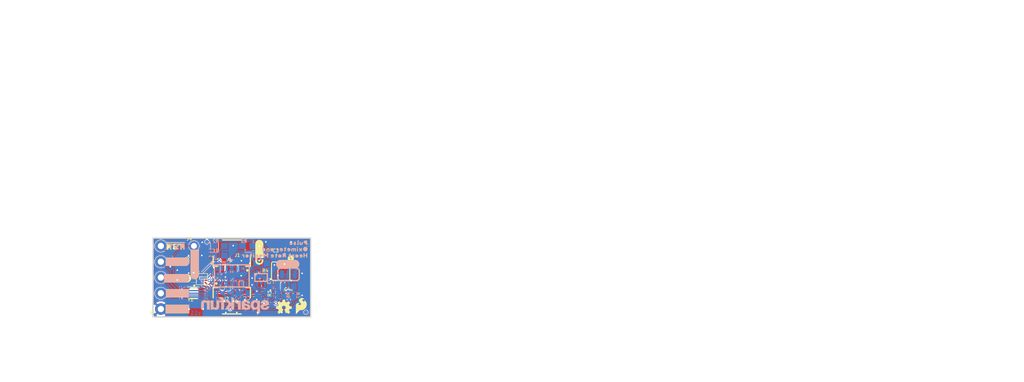
<source format=kicad_pcb>
(kicad_pcb (version 20221018) (generator pcbnew)
  (layers (0 "F.Cu" signal) (31 "B.Cu" signal) (34 "B.Paste" user) (35 "F.Paste" user) (36 "B.SilkS" user "B.Silkscreen") (37 "F.SilkS" user "F.Silkscreen") (38 "B.Mask" user) (39 "F.Mask" user) (44 "Edge.Cuts" user))
  (net 0 "")
  (net 1 "GND")
  (net 2 "N$2")
  (net 3 "5V")
  (net 4 "N$3")
  (net 5 "3.3V")
  (net 6 "1.8V")
  (net 7 "SNSR_SDA")
  (net 8 "SNSR_SCL")
  (net 9 "~{HR_INT}")
  (net 10 "N$6")
  (net 11 "N$7")
  (net 12 "HOST_SDA")
  (net 13 "HOST_SCL")
  (net 14 "~{RST}")
  (net 15 "~{MFIO}")
  (net 16 "N$1")
  (net 17 "N$4")
  (net 18 "N$5")
  (footprint "working:SFE_LOGO_FLAME_.1" (layer "F.Cu") (at 159.6771 109.5756)
    (fp_text reference "LOGO1" hide)
    (fp_text value "SFE_LOGO_FLAME.1_INCH" hide)
  )
  (footprint "working:0603" (layer "F.Cu") (at 156.1211 99.9236 180)
    (fp_text reference "C3" (at 0 -0.762) (layer "F.SilkS") (effects (font (size 0.512064 0.512064) (thickness 0.097536)) (justify right)))
    (fp_text value "10uF")
    (pad "1" smd rect (at -0.85 0 180) (size 1.1 1) (layers "F.Cu" "F.Paste" "F.Mask") (net 5 "3.3V"))
    (pad "2" smd rect (at 0.85 0 180) (size 1.1 1) (layers "F.Cu" "F.Paste" "F.Mask") (net 1 "GND"))
  )
  (footprint "working:3V338" (layer "F.Cu") (at 139.2301 107.5436)
    (fp_text reference "U$7" hide)
    (fp_text value "" hide)
  )
  (footprint "working:CREATIVE_COMMONS" (layer "F.Cu") (at 131.4831 121.5136)
    (fp_text reference "FRAME1" hide)
    (fp_text value "FRAME-LETTER" hide)
  )
  (footprint "working:JST04_1MM_RA" (layer "F.Cu") (at 148.5011 106.2736)
    (fp_text reference "J2" (at -1.397 2.159) (layer "F.SilkS") (effects (font (size 0.512064 0.512064) (thickness 0.097536)) (justify left)))
    (fp_text value "QWIIC_RIGHT_ANGLE")
    (pad "1" smd rect (at -1.5 0) (size 0.6 1.35) (layers "F.Cu" "F.Paste" "F.Mask") (net 1 "GND"))
    (pad "2" smd rect (at -0.5 0) (size 0.6 1.35) (layers "F.Cu" "F.Paste" "F.Mask") (net 5 "3.3V"))
    (pad "3" smd rect (at 0.5 0) (size 0.6 1.35) (layers "F.Cu" "F.Paste" "F.Mask") (net 12 "HOST_SDA"))
    (pad "4" smd rect (at 1.5 0) (size 0.6 1.35) (layers "F.Cu" "F.Paste" "F.Mask") (net 13 "HOST_SCL"))
    (pad "NC1" smd rect (at 2.8 3.675) (size 1.2 2) (layers "F.Cu" "F.Paste" "F.Mask"))
    (pad "NC2" smd rect (at -2.8 3.675) (size 1.2 2) (layers "F.Cu" "F.Paste" "F.Mask"))
  )
  (footprint "working:1X05_NO_SILK" (layer "F.Cu") (at 137.0711 110.0836 90)
    (fp_text reference "J3" (at -1.27 -1.397 90) (layer "F.SilkS") (effects (font (size 0.512064 0.512064) (thickness 0.097536)) (justify left)))
    (fp_text value "")
    (pad "1" thru_hole circle (at 0 0 180) (size 1.8796 1.8796) (drill 1.016) (layers "*.Cu" "*.Mask") (net 1 "GND"))
    (pad "2" thru_hole circle (at 2.54 0 180) (size 1.8796 1.8796) (drill 1.016) (layers "*.Cu" "*.Mask") (net 5 "3.3V"))
    (pad "3" thru_hole circle (at 5.08 0 180) (size 1.8796 1.8796) (drill 1.016) (layers "*.Cu" "*.Mask") (net 12 "HOST_SDA"))
    (pad "4" thru_hole circle (at 7.62 0 180) (size 1.8796 1.8796) (drill 1.016) (layers "*.Cu" "*.Mask") (net 13 "HOST_SCL"))
    (pad "5" thru_hole circle (at 10.16 0 180) (size 1.8796 1.8796) (drill 1.016) (layers "*.Cu" "*.Mask") (net 14 "~{RST}"))
  )
  (footprint "working:0402-TIGHT" (layer "F.Cu") (at 143.1671 102.616 90)
    (fp_text reference "C7" (at 0 -0.762 90) (layer "F.SilkS") (effects (font (size 0.512064 0.512064) (thickness 0.097536)) (justify left)))
    (fp_text value "1.0uF")
    (pad "1" smd rect (at -0.5 0 90) (size 0.6 0.6) (layers "F.Cu" "F.Paste" "F.Mask") (net 16 "N$1"))
    (pad "2" smd rect (at 0.5 0 90) (size 0.6 0.6) (layers "F.Cu" "F.Paste" "F.Mask") (net 1 "GND"))
  )
  (footprint "working:FIDUCIAL-MICRO" (layer "F.Cu") (at 160.4391 110.5916)
    (fp_text reference "FD4" hide)
    (fp_text value "FIDUCIALUFIDUCIAL" hide)
    (pad "1" smd roundrect (at 0 0) (size 0.635 0.635) (layers "F.Cu" "F.Mask") (roundrect_rratio 0.5))
  )
  (footprint "working:ORDERING_INSTRUCTIONS" (layer "F.Cu") (at 174.4091 60.5536)
    (fp_text reference "LOGO4" hide)
    (fp_text value "SPECIAL_INSTRUCTIONS-ORDERING" hide)
  )
  (footprint "working:OSHW-LOGO-MINI" (layer "F.Cu") (at 156.8831 109.8296)
    (fp_text reference "LOGO2" hide)
    (fp_text value "OSHW-LOGOMINI" hide)
  )
  (footprint "working:0805" (layer "F.Cu") (at 156.8831 107.7976)
    (fp_text reference "C4" (at 0 -0.889) (layer "F.SilkS") (effects (font (size 0.512064 0.512064) (thickness 0.097536)) (justify left)))
    (fp_text value "22uF")
    (pad "1" smd rect (at -0.9 0) (size 0.8 1.2) (layers "F.Cu" "F.Paste" "F.Mask") (net 3 "5V"))
    (pad "2" smd rect (at 0.9 0) (size 0.8 1.2) (layers "F.Cu" "F.Paste" "F.Mask") (net 1 "GND"))
  )
  (footprint "working:0402-TIGHT" (layer "F.Cu") (at 153.332181 104.663241)
    (fp_text reference "R4" (at 0 -0.762) (layer "F.SilkS") (effects (font (size 0.512064 0.512064) (thickness 0.097536)) (justify left)))
    (fp_text value "100k")
    (pad "1" smd rect (at -0.5 0) (size 0.6 0.6) (layers "F.Cu" "F.Paste" "F.Mask") (net 1 "GND"))
    (pad "2" smd rect (at 0.5 0) (size 0.6 0.6) (layers "F.Cu" "F.Paste" "F.Mask") (net 2 "N$2"))
  )
  (footprint "working:MSOP8" (layer "F.Cu") (at 156.3751 103.9876 180)
    (fp_text reference "U$2" (at -2.54 1.27 90) (layer "F.SilkS") (effects (font (size 0.376489 0.376489) (thickness 0.029911)) (justify right)))
    (fp_text value "PAM2401")
    (pad "1" smd rect (at -0.975 2.25 180) (size 0.4 1.1) (layers "F.Cu" "F.Paste" "F.Mask") (net 4 "N$3"))
    (pad "2" smd rect (at -0.325 2.25 180) (size 0.4 1.1) (layers "F.Cu" "F.Paste" "F.Mask") (net 5 "3.3V"))
    (pad "3" smd rect (at 0.325 2.25 180) (size 0.4 1.1) (layers "F.Cu" "F.Paste" "F.Mask") (net 5 "3.3V"))
    (pad "4" smd rect (at 0.975 2.25 180) (size 0.4 1.1) (layers "F.Cu" "F.Paste" "F.Mask") (net 1 "GND"))
    (pad "5" smd rect (at 0.975 -2.25 180) (size 0.4 1.1) (layers "F.Cu" "F.Paste" "F.Mask") (net 2 "N$2"))
    (pad "6" smd rect (at 0.325 -2.25 180) (size 0.4 1.1) (layers "F.Cu" "F.Paste" "F.Mask"))
    (pad "7" smd rect (at -0.325 -2.25 180) (size 0.4 1.1) (layers "F.Cu" "F.Paste" "F.Mask") (net 3 "5V"))
    (pad "8" smd rect (at -0.975 -2.25 180) (size 0.4 1.1) (layers "F.Cu" "F.Paste" "F.Mask") (net 1 "GND"))
  )
  (footprint "working:16_PIN_WLP" (layer "F.Cu") (at 143.6751 105.2576 90)
    (fp_text reference "U2" (at -0.792 -1.218 90) (layer "F.SilkS") (effects (font (size 0.960986 0.960986) (thickness 0.039014)) (justify left)))
    (fp_text value "MAX32664GWEA")
    (pad "1" smd roundrect (at -0.532 -0.518 90) (size 0.2 0.2) (layers "F.Cu") (roundrect_rratio 0.5) (net 10 "N$6"))
    (pad "2" smd roundrect (at -0.182 -0.518 90) (size 0.2 0.2) (layers "F.Cu") (roundrect_rratio 0.5) (net 11 "N$7"))
    (pad "3" smd roundrect (at 0.168 -0.518 90) (size 0.2 0.2) (layers "F.Cu") (roundrect_rratio 0.5) (net 6 "1.8V"))
    (pad "4" smd roundrect (at 0.518 -0.518 90) (size 0.2 0.2) (layers "F.Cu") (roundrect_rratio 0.5) (net 16 "N$1"))
    (pad "5" smd roundrect (at 0.518 -0.168 90) (size 0.2 0.2) (layers "F.Cu") (roundrect_rratio 0.5) (net 8 "SNSR_SCL"))
    (pad "6" smd roundrect (at 0.518 0.182 90) (size 0.2 0.2) (layers "F.Cu") (roundrect_rratio 0.5) (net 9 "~{HR_INT}"))
    (pad "7" smd roundrect (at 0.518 0.532 90) (size 0.2 0.2) (layers "F.Cu") (roundrect_rratio 0.5))
    (pad "8" smd roundrect (at 0.168 0.532 90) (size 0.2 0.2) (layers "F.Cu") (roundrect_rratio 0.5))
    (pad "9" smd roundrect (at -0.182 0.532 90) (size 0.2 0.2) (layers "F.Cu") (roundrect_rratio 0.5) (net 12 "HOST_SDA"))
    (pad "10" smd roundrect (at -0.532 0.532 90) (size 0.2 0.2) (layers "F.Cu") (roundrect_rratio 0.5) (net 13 "HOST_SCL"))
    (pad "11" smd roundrect (at -0.532 0.182 90) (size 0.2 0.2) (layers "F.Cu") (roundrect_rratio 0.5))
    (pad "12" smd roundrect (at -0.532 -0.168 90) (size 0.2 0.2) (layers "F.Cu") (roundrect_rratio 0.5) (net 14 "~{RST}"))
    (pad "13" smd roundrect (at -0.182 -0.168 90) (size 0.2 0.2) (layers "F.Cu") (roundrect_rratio 0.5) (net 1 "GND"))
    (pad "14" smd roundrect (at 0.168 -0.168 90) (size 0.2 0.2) (layers "F.Cu") (roundrect_rratio 0.5) (net 7 "SNSR_SDA"))
    (pad "15" smd roundrect (at 0.168 0.182 90) (size 0.2 0.2) (layers "F.Cu") (roundrect_rratio 0.5))
    (pad "16" smd roundrect (at -0.182 0.182 90) (size 0.2 0.2) (layers "F.Cu") (roundrect_rratio 0.5) (net 15 "~{MFIO}"))
  )
  (footprint "working:#SDA#10" (layer "F.Cu") (at 139.7381 105.1306)
    (fp_text reference "U$8" hide)
    (fp_text value "" hide)
  )
  (footprint "working:QWIIC_4MM" (layer "F.Cu") (at 152.9461 100.9396 90)
    (fp_text reference "LOGO5" hide)
    (fp_text value "QWIIC_LOGO_4MM" hide)
  )
  (footprint "working:0402-TIGHT" (layer "F.Cu") (at 142.181578 102.610919 90)
    (fp_text reference "C6" (at 0 -0.762 90) (layer "F.SilkS") (effects (font (size 0.512064 0.512064) (thickness 0.097536)) (justify left)))
    (fp_text value "1.0uF")
    (pad "1" smd rect (at -0.5 0 90) (size 0.6 0.6) (layers "F.Cu" "F.Paste" "F.Mask") (net 6 "1.8V"))
    (pad "2" smd rect (at 0.5 0 90) (size 0.6 0.6) (layers "F.Cu" "F.Paste" "F.Mask") (net 1 "GND"))
  )
  (footprint "working:JST04_1MM_RA" (layer "F.Cu") (at 148.5011 103.5558 180)
    (fp_text reference "J1" (at -1.397 2.159) (layer "F.SilkS") (effects (font (size 0.512064 0.512064) (thickness 0.097536)) (justify right)))
    (fp_text value "QWIIC_RIGHT_ANGLE")
    (pad "1" smd rect (at -1.5 0 180) (size 0.6 1.35) (layers "F.Cu" "F.Paste" "F.Mask") (net 1 "GND"))
    (pad "2" smd rect (at -0.5 0 180) (size 0.6 1.35) (layers "F.Cu" "F.Paste" "F.Mask") (net 5 "3.3V"))
    (pad "3" smd rect (at 0.5 0 180) (size 0.6 1.35) (layers "F.Cu" "F.Paste" "F.Mask") (net 12 "HOST_SDA"))
    (pad "4" smd rect (at 1.5 0 180) (size 0.6 1.35) (layers "F.Cu" "F.Paste" "F.Mask") (net 13 "HOST_SCL"))
    (pad "NC1" smd rect (at 2.8 3.675 180) (size 1.2 2) (layers "F.Cu" "F.Paste" "F.Mask"))
    (pad "NC2" smd rect (at -2.8 3.675 180) (size 1.2 2) (layers "F.Cu" "F.Paste" "F.Mask"))
  )
  (footprint "working:CRYSTAL-SMD-3.2X1.5MM" (layer "F.Cu") (at 142.3797 107.5436 180)
    (fp_text reference "Y1" (at 0 -1.043) (layer "F.SilkS") (effects (font (size 0.512064 0.512064) (thickness 0.097536)) (justify right)))
    (fp_text value "32.768kHz")
    (pad "P$1" smd rect (at -1.25 0 180) (size 1 1.8) (layers "F.Cu" "F.Paste" "F.Mask") (net 10 "N$6"))
    (pad "P$2" smd rect (at 1.25 0 180) (size 1 1.8) (layers "F.Cu" "F.Paste" "F.Mask") (net 11 "N$7"))
  )
  (footprint "working:#RST#32" (layer "F.Cu") (at 139.4841 99.9236)
    (fp_text reference "U$6" hide)
    (fp_text value "" hide)
  )
  (footprint "working:#GND#0" (layer "F.Cu") (at 139.7381 110.0836)
    (fp_text reference "U$3" hide)
    (fp_text value "" hide)
  )
  (footprint "working:0806" (layer "F.Cu") (at 159.4231 100.6856 -90)
    (fp_text reference "L1" (at -1.27 -1.27 90) (layer "F.SilkS") (effects (font (size 0.352958 0.352958) (thickness 0.028042)) (justify right)))
    (fp_text value "2.2μH")
    (pad "1" smd rect (at -0.9 0) (size 1.8 0.8) (layers "F.Cu" "F.Paste" "F.Mask") (net 5 "3.3V"))
    (pad "2" smd rect (at 0.9 0) (size 1.8 0.8) (layers "F.Cu" "F.Paste" "F.Mask") (net 4 "N$3"))
  )
  (footprint "working:1X01_NO_SILK" (layer "F.Cu") (at 142.4051 99.9236)
    (fp_text reference "J4" (at -1.27 -1.143) (layer "F.SilkS") (effects (font (size 0.512064 0.512064) (thickness 0.097536)) (justify left)))
    (fp_text value "")
    (pad "1" thru_hole circle (at 0 0 90) (size 1.6 1.6) (drill 0.95) (layers "*.Cu" "*.Mask") (net 15 "~{MFIO}"))
  )
  (footprint "working:0603" (layer "F.Cu") (at 153.8351 107.0356 -90)
    (fp_text reference "R3" (at 0 -0.762 90) (layer "F.SilkS") (effects (font (size 0.512064 0.512064) (thickness 0.097536)) (justify right)))
    (fp_text value "750K")
    (pad "1" smd rect (at -0.85 0 270) (size 1.1 1) (layers "F.Cu" "F.Paste" "F.Mask") (net 2 "N$2"))
    (pad "2" smd rect (at 0.85 0 270) (size 1.1 1) (layers "F.Cu" "F.Paste" "F.Mask") (net 3 "5V"))
  )
  (footprint "working:FIDUCIAL-MICRO" (layer "F.Cu") (at 144.495521 99.270822)
    (fp_text reference "FD2" hide)
    (fp_text value "FIDUCIALUFIDUCIAL" hide)
    (pad "1" smd roundrect (at 0 0) (size 0.635 0.635) (layers "F.Cu" "F.Mask") (roundrect_rratio 0.5))
  )
  (footprint "working:#SCL#7" (layer "F.Cu") (at 139.6111 102.4636)
    (fp_text reference "U$4" hide)
    (fp_text value "" hide)
  )
  (footprint "working:SC70" (layer "B.Cu") (at 153.2255 105.0036 180)
    (fp_text reference "U3" (at -1.27 0 270) (layer "B.SilkS") (effects (font (size 0.512064 0.512064) (thickness 0.097536)) (justify left mirror)))
    (fp_text value "1.8V/100mA")
    (pad "1" smd rect (at -0.65 -0.825 180) (size 0.4 0.75) (layers "B.Cu" "B.Mask") (net 5 "3.3V"))
    (pad "2" smd rect (at 0 -0.825 180) (size 0.4 0.75) (layers "B.Cu" "B.Mask") (net 1 "GND"))
    (pad "3" smd rect (at 0.65 -0.825 180) (size 0.4 0.75) (layers "B.Cu" "B.Mask") (net 5 "3.3V"))
    (pad "4" smd rect (at 0.65 0.825 180) (size 0.4 0.75) (layers "B.Cu" "B.Mask"))
    (pad "5" smd rect (at -0.65 0.825 180) (size 0.4 0.75) (layers "B.Cu" "B.Mask") (net 6 "1.8V"))
  )
  (footprint "working:FIDUCIAL-MICRO" (layer "B.Cu") (at 144.492978 99.270822 180)
    (fp_text reference "FD1" hide)
    (fp_text value "FIDUCIALUFIDUCIAL" hide)
    (pad "1" smd roundrect (at 0 0 180) (size 0.635 0.635) (layers "B.Cu" "B.Mask") (roundrect_rratio 0.5))
  )
  (footprint "working:14_PIN_OESIP" (layer "B.Cu") (at 148.5011 104.7496 -90)
    (fp_text reference "U1" (at -2.63754 3.20981 -270) (layer "B.SilkS") (effects (font (size 0.9264 0.9264) (thickness 0.0736)) (justify right mirror)))
    (fp_text value "MAX30101EFD")
    (pad "P1" smd rect (at -1.19254 2.408809 270) (size 0.75 0.35) (layers "B.Cu" "B.Paste" "B.Mask"))
    (pad "P2" smd rect (at -1.19254 1.608809 270) (size 0.75 0.35) (layers "B.Cu" "B.Paste" "B.Mask") (net 8 "SNSR_SCL"))
    (pad "P3" smd rect (at -1.19254 0.808809 270) (size 0.75 0.35) (layers "B.Cu" "B.Paste" "B.Mask") (net 7 "SNSR_SDA"))
    (pad "P4" smd rect (at -1.19254 0.008809 270) (size 0.75 0.35) (layers "B.Cu" "B.Paste" "B.Mask") (net 1 "GND"))
    (pad "P5" smd rect (at -1.19254 -0.79119 270) (size 0.75 0.35) (layers "B.Cu" "B.Paste" "B.Mask"))
    (pad "P6" smd rect (at -1.19254 -1.59119 270) (size 0.75 0.35) (layers "B.Cu" "B.Paste" "B.Mask"))
    (pad "P7" smd rect (at -1.19254 -2.39119 270) (size 0.75 0.35) (layers "B.Cu" "B.Paste" "B.Mask"))
    (pad "P8" smd rect (at 1.207459 -2.39119 270) (size 0.75 0.35) (layers "B.Cu" "B.Paste" "B.Mask"))
    (pad "P9" smd rect (at 1.207459 -1.59119 270) (size 0.75 0.35) (layers "B.Cu" "B.Paste" "B.Mask") (net 3 "5V"))
    (pad "P10" smd rect (at 1.207459 -0.79119 270) (size 0.75 0.35) (layers "B.Cu" "B.Paste" "B.Mask") (net 3 "5V"))
    (pad "P11" smd rect (at 1.207459 0.008809 270) (size 0.75 0.35) (layers "B.Cu" "B.Paste" "B.Mask") (net 6 "1.8V"))
    (pad "P12" smd rect (at 1.207459 0.808809 270) (size 0.75 0.35) (layers "B.Cu" "B.Paste" "B.Mask") (net 1 "GND"))
    (pad "P13" smd rect (at 1.207459 1.608809 270) (size 0.75 0.35) (layers "B.Cu" "B.Paste" "B.Mask") (net 9 "~{HR_INT}"))
    (pad "P14" smd rect (at 1.207459 2.408809 270) (size 0.75 0.35) (layers "B.Cu" "B.Paste" "B.Mask"))
  )
  (footprint "working:0402-TIGHT" (layer "B.Cu") (at 147.4851 107.5436 180)
    (fp_text reference "C2" (at 0 0.762) (layer "B.SilkS") (effects (font (size 0.512064 0.512064) (thickness 0.097536)) (justify left mirror)))
    (fp_text value "0.1uF")
    (pad "1" smd rect (at -0.5 0 180) (size 0.6 0.6) (layers "B.Cu" "B.Paste" "B.Mask") (net 6 "1.8V"))
    (pad "2" smd rect (at 0.5 0 180) (size 0.6 0.6) (layers "B.Cu" "B.Paste" "B.Mask") (net 1 "GND"))
  )
  (footprint "working:#3V3#1" (layer "B.Cu") (at 139.7381 107.5436 180)
    (fp_text reference "U$9" hide)
    (fp_text value "" hide)
  )
  (footprint "working:0603" (layer "B.Cu") (at 150.423881 107.59186)
    (fp_text reference "C1" (at 0 0.762) (layer "B.SilkS") (effects (font (size 0.512064 0.512064) (thickness 0.097536)) (justify right mirror)))
    (fp_text value "10uF")
    (pad "1" smd rect (at -0.85 0) (size 1.1 1) (layers "B.Cu" "B.Paste" "B.Mask") (net 3 "5V"))
    (pad "2" smd rect (at 0.85 0) (size 1.1 1) (layers "B.Cu" "B.Paste" "B.Mask") (net 1 "GND"))
  )
  (footprint "working:0603" (layer "B.Cu") (at 146.4691 101.4476 180)
    (fp_text reference "R1" (at 0 0.762) (layer "B.SilkS") (effects (font (size 0.512064 0.512064) (thickness 0.097536)) (justify left mirror)))
    (fp_text value "4.7k")
    (pad "1" smd rect (at -0.85 0 180) (size 1.1 1) (layers "B.Cu" "B.Paste" "B.Mask") (net 7 "SNSR_SDA"))
    (pad "2" smd rect (at 0.85 0 180) (size 1.1 1) (layers "B.Cu" "B.Paste" "B.Mask") (net 6 "1.8V"))
  )
  (footprint "working:HEART_RATE_MONITOR37" (layer "B.Cu") (at 155.3591 101.4476 180)
    (fp_text reference "U$21" hide)
    (fp_text value "" hide)
  )
  (footprint "working:OXIMETER_AND36" (layer "B.Cu") (at 157.0101 100.4316 180)
    (fp_text reference "U$20" hide)
    (fp_text value "" hide)
  )
  (footprint "working:SMT-JUMPER_3_2-NC_TRACE_SILK" (layer "B.Cu") (at 157.6451 104.4956 180)
    (fp_text reference "I2C0" (at 0 1.143) (layer "B.SilkS") (effects (font (size 0.512064 0.512064) (thickness 0.097536)) (justify left mirror)))
    (fp_text value "JUMPER-SMT_3_2-NC_TRACE_SILK")
    (fp_poly (pts (xy -0.50165 -0.13335) (xy -1.23825 -0.13335) (xy -1.23825 0.13335) (xy -0.50165 0.13335)) (fill solid) (layer "B.Cu"))
    (fp_poly (pts (xy 0.53975 -0.13335) (xy -0.53975 -0.13335) (xy -0.53975 0.13335) (xy 0.53975 0.13335)) (fill solid) (layer "B.Cu"))
    (fp_poly (pts (xy 1.23825 -0.13335) (xy 0.50165 -0.13335) (xy 0.50165 0.13335) (xy 1.23825 0.13335)) (fill solid) (layer "B.Cu"))
    (pad "1" smd rect (at -1.0414 0 180) (size 0.6604 1.27) (layers "B.Cu" "B.Mask") (net 18 "N$5"))
    (pad "2" smd rect (at 0 0 180) (size 0.6604 1.27) (layers "B.Cu" "B.Mask") (net 5 "3.3V"))
    (pad "3" smd rect (at 1.0414 0 180) (size 0.6604 1.27) (layers "B.Cu" "B.Mask") (net 17 "N$4"))
  )
  (footprint "working:FIDUCIAL-MICRO" (layer "B.Cu") (at 160.4391 110.5916 180)
    (fp_text reference "FD3" hide)
    (fp_text value "FIDUCIALUFIDUCIAL" hide)
    (pad "1" smd roundrect (at 0 0 180) (size 0.635 0.635) (layers "B.Cu" "B.Mask") (roundrect_rratio 0.5))
  )
  (footprint "working:0603" (layer "B.Cu") (at 153.3271 102.7176 180)
    (fp_text reference "C5" (at 0 0.762) (layer "B.SilkS") (effects (font (size 0.512064 0.512064) (thickness 0.097536)) (justify left mirror)))
    (fp_text value "1.0uF")
    (pad "1" smd rect (at -0.85 0 180) (size 1.1 1) (layers "B.Cu" "B.Paste" "B.Mask") (net 6 "1.8V"))
    (pad "2" smd rect (at 0.85 0 180) (size 1.1 1) (layers "B.Cu" "B.Paste" "B.Mask") (net 1 "GND"))
  )
  (footprint "working:##MFIO##12" (layer "B.Cu") (at 142.5321 102.7176 -90)
    (fp_text reference "U$13" hide)
    (fp_text value "" hide)
  )
  (footprint "working:0603" (layer "B.Cu") (at 151.0411 99.9236 180)
    (fp_text reference "R5" (at 0 0.762) (layer "B.SilkS") (effects (font (size 0.512064 0.512064) (thickness 0.097536)) (justify left mirror)))
    (fp_text value "4.7k")
    (pad "1" smd rect (at -0.85 0 180) (size 1.1 1) (layers "B.Cu" "B.Paste" "B.Mask") (net 9 "~{HR_INT}"))
    (pad "2" smd rect (at 0.85 0 180) (size 1.1 1) (layers "B.Cu" "B.Paste" "B.Mask") (net 6 "1.8V"))
  )
  (footprint "working:#RST#32" (layer "B.Cu") (at 139.4841 99.9236 180)
    (fp_text reference "U$12" hide)
    (fp_text value "" hide)
  )
  (footprint "working:#GND#0" (layer "B.Cu") (at 139.7381 110.0836 180)
    (fp_text reference "U$5" hide)
    (fp_text value "" hide)
  )
  (footprint "working:0603" (layer "B.Cu") (at 156.8577 107.2896 90)
    (fp_text reference "R6" (at 0 0.762 90) (layer "B.SilkS") (effects (font (size 0.512064 0.512064) (thickness 0.097536)) (justify left mirror)))
    (fp_text value "4.7k")
    (pad "1" smd rect (at -0.85 0 90) (size 1.1 1) (layers "B.Cu" "B.Paste" "B.Mask") (net 12 "HOST_SDA"))
    (pad "2" smd rect (at 0.85 0 90) (size 1.1 1) (layers "B.Cu" "B.Paste" "B.Mask") (net 17 "N$4"))
  )
  (footprint "working:SFE_LOGO_NAME_.1" (layer "B.Cu") (at 149.0091 109.5756 180)
    (fp_text reference "LOGO3" hide)
    (fp_text value "SFE_LOGO_NAME.1_INCH" hide)
  )
  (footprint "working:#SDA#9" (layer "B.Cu") (at 139.4841 105.1306 180)
    (fp_text reference "U$10" hide)
    (fp_text value "" hide)
  )
  (footprint "working:0603" (layer "B.Cu") (at 158.4833 107.2896 90)
    (fp_text reference "R7" (at 0 0.762 90) (layer "B.SilkS") (effects (font (size 0.512064 0.512064) (thickness 0.097536)) (justify left mirror)))
    (fp_text value "4.7k")
    (pad "1" smd rect (at -0.85 0 90) (size 1.1 1) (layers "B.Cu" "B.Paste" "B.Mask") (net 13 "HOST_SCL"))
    (pad "2" smd rect (at 0.85 0 90) (size 1.1 1) (layers "B.Cu" "B.Paste" "B.Mask") (net 18 "N$5"))
  )
  (footprint "working:#SCL#9" (layer "B.Cu") (at 139.6111 102.4636 180)
    (fp_text reference "U$11" hide)
    (fp_text value "" hide)
  )
  (footprint "working:#I2C#1348" (layer "B.Cu") (at 157.5181 102.8446 180)
    (fp_text reference "U$1" hide)
    (fp_text value "" hide)
  )
  (footprint "working:PULSE35" (layer "B.Cu") (at 159.1691 99.4156 180)
    (fp_text reference "U$17" hide)
    (fp_text value "" hide)
  )
  (footprint "working:0603" (layer "B.Cu") (at 146.4691 99.9236 180)
    (fp_text reference "R2" (at 0 0.762) (layer "B.SilkS") (effects (font (size 0.512064 0.512064) (thickness 0.097536)) (justify left mirror)))
    (fp_text value "4.7k")
    (pad "1" smd rect (at -0.85 0 180) (size 1.1 1) (layers "B.Cu" "B.Paste" "B.Mask") (net 8 "SNSR_SCL"))
    (pad "2" smd rect (at 0.85 0 180) (size 1.1 1) (layers "B.Cu" "B.Paste" "B.Mask") (net 6 "1.8V"))
  )
  (gr_line (start 161.2011 98.6536) (end 161.2011 111.3536) (stroke (width 0.2032)) (layer "Edge.Cuts"))
  (gr_line (start 135.8011 98.6536) (end 161.2011 98.6536) (stroke (width 0.2032)) (layer "Edge.Cuts"))
  (gr_line (start 161.2011 111.3536) (end 135.8011 111.3536) (stroke (width 0.2032)) (layer "Edge.Cuts"))
  (gr_line (start 135.8011 111.3536) (end 135.8011 98.6536) (stroke (width 0.2032)) (layer "Edge.Cuts"))
  (gr_text "v11" (at 143.609059 111.094519) (layer "B.Cu") (effects (font (size 0.6477 0.6477) (thickness 0.1143)) (justify left bottom mirror)))
  (segment (start 143.507462 105.439963) (end 143.507462 105.443019) (width 0.2032) (layer "F.Cu") (net 1))
  (segment (start 143.5071 105.4396) (end 143.507462 105.439963) (width 0.2032) (layer "F.Cu") (net 1))
  (via (at 158.054043 99.255582) (size 0.4572) (drill 0.254) (layers "F.Cu" "B.Cu") (net 1))
  (via (at 141.612621 110.101382) (size 0.4572) (drill 0.254) (layers "F.Cu" "B.Cu") (net 1))
  (via (at 143.507462 105.443019) (size 0.3048) (drill 0.1016) (layers "F.Cu" "B.Cu") (net 1))
  (via (at 156.575765 110.63986) (size 0.4572) (drill 0.254) (layers "F.Cu" "B.Cu") (net 1))
  (via (at 152.537162 107.21086) (size 0.4572) (drill 0.254) (layers "F.Cu" "B.Cu") (net 1))
  (via (at 141.5415 101.473) (size 0.4572) (drill 0.254) (layers "F.Cu" "B.Cu") (net 1))
  (via (at 153.3779 101.7524) (size 0.4572) (drill 0.254) (layers "F.Cu" "B.Cu") (net 1))
  (via (at 141.5669 104.2924) (size 0.4572) (drill 0.254) (layers "F.Cu" "B.Cu") (net 1))
  (via (at 141.7447 105.1052) (size 0.4572) (drill 0.254) (layers "F.Cu" "B.Cu") (net 1))
  (via (at 150.5839 108.6104) (size 0.4572) (drill 0.254) (layers "F.Cu" "B.Cu") (net 1))
  (via (at 152.948643 99.941382) (size 0.4572) (drill 0.254) (layers "F.Cu" "B.Cu") (net 1))
  (via (at 139.720321 103.8225) (size 0.4572) (drill 0.254) (layers "F.Cu" "B.Cu") (net 1))
  (via (at 153.990043 99.255582) (size 0.4572) (drill 0.254) (layers "F.Cu" "B.Cu") (net 1))
  (via (at 151.775162 106.19486) (size 0.4572) (drill 0.254) (layers "F.Cu" "B.Cu") (net 1))
  (via (at 154.734262 107.043219) (size 0.4572) (drill 0.254) (layers "F.Cu" "B.Cu") (net 1))
  (via (at 147.47494 104.92486) (size 0.4572) (drill 0.254) (layers "F.Cu" "B.Cu") (net 1))
  (via (at 154.734262 105.265219) (size 0.4572) (drill 0.254) (layers "F.Cu" "B.Cu") (net 1))
  (via (at 147.2565 108.8136) (size 0.4572) (drill 0.254) (layers "F.Cu" "B.Cu") (net 1))
  (via (at 152.5143 108.5596) (size 0.4572) (drill 0.254) (layers "F.Cu" "B.Cu") (net 1))
  (via (at 143.898621 110.101382) (size 0.4572) (drill 0.254) (layers "F.Cu" "B.Cu") (net 1))
  (via (at 152.638765 110.63986) (size 0.4572) (drill 0.254) (layers "F.Cu" "B.Cu") (net 1))
  (via (at 139.727943 105.402379) (size 0.4572) (drill 0.254) (layers "F.Cu" "B.Cu") (net 1))
  (via (at 143.6751 101.4476) (size 0.4572) (drill 0.254) (layers "F.Cu" "B.Cu") (net 1))
  (via (at 151.406862 102.709982) (size 0.4572) (drill 0.254) (layers "F.Cu" "B.Cu") (net 1))
  (via (at 155.369262 102.979219) (size 0.4572) (drill 0.254) (layers "F.Cu" "B.Cu") (net 1))
  (via (at 156.194765 109.62386) (size 0.4572) (drill 0.254) (layers "F.Cu" "B.Cu") (net 1))
  (via (at 148.7805 108.8136) (size 0.4572) (drill 0.254) (layers "F.Cu" "B.Cu") (net 1))
  (via (at 148.7297 99.8728) (size 0.4572) (drill 0.254) (layers "F.Cu" "B.Cu") (net 1))
  (via (at 149.3139 110.6424) (size 0.4572) (drill 0.254) (layers "F.Cu" "B.Cu") (net 1))
  (via (at 143.7259 99.3394) (size 0.4572) (drill 0.254) (layers "F.Cu" "B.Cu") (net 1))
  (via (at 158.054043 105.478582) (size 0.4572) (drill 0.254) (layers "F.Cu" "B.Cu") (net 1))
  (via (at 158.988765 110.51286) (size 0.4572) (drill 0.254) (layers "F.Cu" "B.Cu") (net 1))
  (via (at 145.582643 103.421182) (size 0.4572) (drill 0.254) (layers "F.Cu" "B.Cu") (net 1))
  (via (at 159.832043 104.335582) (size 0.4572) (drill 0.254) (layers "F.Cu" "B.Cu") (net 1))
  (via (at 150.053043 102.303582) (size 0.4572) (drill 0.254) (layers "F.Cu" "B.Cu") (net 1))
  (via (at 147.5359 110.6424) (size 0.4572) (drill 0.254) (layers "F.Cu" "B.Cu") (net 1))
  (via (at 150.012403 104.7115) (size 0.4572) (drill 0.254) (layers "F.Cu" "B.Cu") (net 1))
  (via (at 139.1539 100.2284) (size 0.4572) (drill 0.254) (layers "F.Cu" "B.Cu") (net 1))
  (via (at 138.5951 103.251) (size 0.4572) (drill 0.254) (layers "F.Cu" "B.Cu") (net 1))
  (via (at 155.940765 104.67086) (size 0.4572) (drill 0.254) (layers "F.Cu" "B.Cu") (net 1))
  (via (at 159.832043 107.891582) (size 0.4572) (drill 0.254) (layers "F.Cu" "B.Cu") (net 1))
  (via (at 151.780243 105.097582) (size 0.4572) (drill 0.254) (layers "F.Cu" "B.Cu") (net 1))
  (segment (start 142.082518 105.443019) (end 141.7447 105.1052) (width 0.2032) (layer "B.Cu") (net 1))
  (segment (start 143.507462 105.443019) (end 142.082518 105.443019) (width 0.2032) (layer "B.Cu") (net 1))
  (segment (start 153.8871 106.2376) (end 153.8351 106.1856) (width 0.254) (layer "F.Cu") (net 2))
  (segment (start 155.4001 106.2376) (end 153.8871 106.2376) (width 0.254) (layer "F.Cu") (net 2))
  (segment (start 153.832181 106.182682) (end 153.832181 104.663241) (width 0.254) (layer "F.Cu") (net 2))
  (segment (start 153.8351 106.1856) (end 153.832181 106.182682) (width 0.254) (layer "F.Cu") (net 2))
  (segment (start 156.7001 106.9646) (end 156.7001 106.2376) (width 0.254) (layer "F.Cu") (net 3))
  (segment (start 153.8351 107.8856) (end 150.3689 107.8856) (width 0.254) (layer "F.Cu") (net 3))
  (segment (start 155.8671 107.7976) (end 156.7001 106.9646) (width 0.254) (layer "F.Cu") (net 3))
  (segment (start 153.8351 107.8856) (end 153.9231 107.7976) (width 0.254) (layer "F.Cu") (net 3))
  (segment (start 150.3689 107.8856) (end 149.4155 108.839) (width 0.254) (layer "F.Cu") (net 3))
  (segment (start 155.8671 107.7976) (end 155.9831 107.7976) (width 0.254) (layer "F.Cu") (net 3))
  (segment (start 153.9231 107.7976) (end 155.8671 107.7976) (width 0.254) (layer "F.Cu") (net 3))
  (via (at 149.4155 108.839) (size 0.4572) (drill 0.254) (layers "F.Cu" "B.Cu") (net 3))
  (segment (start 149.4155 107.750241) (end 149.573881 107.59186) (width 0.254) (layer "B.Cu") (net 3))
  (segment (start 149.29229 105.95706) (end 149.29229 106.7054) (width 0.254) (layer "B.Cu") (net 3))
  (segment (start 149.4155 107.750241) (end 149.4155 107.5572) (width 0.254) (layer "B.Cu") (net 3))
  (segment (start 149.29229 106.7054) (end 149.29229 107.433991) (width 0.254) (layer "B.Cu") (net 3))
  (segment (start 149.29229 107.433991) (end 149.4155 107.5572) (width 0.254) (layer "B.Cu") (net 3))
  (segment (start 150.09229 106.48581) (end 149.8727 106.7054) (width 0.254) (layer "B.Cu") (net 3))
  (segment (start 149.8727 106.7054) (end 149.29229 106.7054) (width 0.254) (layer "B.Cu") (net 3))
  (segment (start 150.09229 105.95706) (end 150.09229 106.48581) (width 0.254) (layer "B.Cu") (net 3))
  (segment (start 149.4155 108.839) (end 149.4155 107.750241) (width 0.254) (layer "B.Cu") (net 3))
  (segment (start 159.4231 102.289182) (end 159.4231 101.5856) (width 0.254) (layer "F.Cu") (net 4))
  (segment (start 159.4231 102.289182) (end 159.123781 102.5885) (width 0.254) (layer "F.Cu") (net 4))
  (segment (start 157.558378 102.5885) (end 157.3501 102.380222) (width 0.254) (layer "F.Cu") (net 4))
  (segment (start 157.3501 101.7376) (end 157.3501 102.380222) (width 0.254) (layer "F.Cu") (net 4))
  (segment (start 159.123781 102.5885) (end 157.558378 102.5885) (width 0.254) (layer "F.Cu") (net 4))
  (segment (start 154.2415 101.1936) (end 154.6225 100.8126) (width 0.254) (layer "F.Cu") (net 5))
  (segment (start 150.2791 101.1936) (end 154.2415 101.1936) (width 0.254) (layer "F.Cu") (net 5))
  (segment (start 148.0185 105.4354) (end 148.0185 106.2562) (width 0.508) (layer "F.Cu") (net 5))
  (segment (start 156.0501 100.8178) (end 156.0449 100.8126) (width 0.254) (layer "F.Cu") (net 5))
  (segment (start 148.0011 106.2736) (end 148.0185 106.2562) (width 0.508) (layer "F.Cu") (net 5))
  (segment (start 149.0011 104.4528) (end 148.0185 105.4354) (width 0.508) (layer "F.Cu") (net 5))
  (segment (start 149.0011 103.5558) (end 149.0011 104.4528) (width 0.508) (layer "F.Cu") (net 5))
  (segment (start 156.7001 102.554919) (end 156.982159 102.836979) (width 0.254) (layer "F.Cu") (net 5))
  (segment (start 149.0011 102.4716) (end 150.2791 101.1936) (width 0.254) (layer "F.Cu") (net 5))
  (segment (start 156.7001 101.7376) (end 156.7001 102.554919) (width 0.254) (layer "F.Cu") (net 5))
  (segment (start 156.7001 100.1946) (end 156.9711 99.9236) (width 0.254) (layer "F.Cu") (net 5))
  (segment (start 156.0449 100.8126) (end 156.7001 100.8126) (width 0.254) (layer "F.Cu") (net 5))
  (segment (start 157.49694 100.8126) (end 156.7001 100.8126) (width 0.254) (layer "F.Cu") (net 5))
  (segment (start 156.0501 101.7376) (end 156.0501 100.8178) (width 0.254) (layer "F.Cu") (net 5))
  (segment (start 149.0011 103.5558) (end 149.0011 102.4716) (width 0.254) (layer "F.Cu") (net 5))
  (segment (start 159.2961 99.9126) (end 158.39694 99.9126) (width 0.254) (layer "F.Cu") (net 5))
  (segment (start 159.4231 99.7856) (end 159.2961 99.9126) (width 0.254) (layer "F.Cu") (net 5))
  (segment (start 156.7001 100.8126) (end 156.7001 100.1946) (width 0.254) (layer "F.Cu") (net 5))
  (segment (start 156.7001 101.7376) (end 156.7001 100.8126) (width 0.254) (layer "F.Cu") (net 5))
  (segment (start 158.39694 99.9126) (end 157.49694 100.8126) (width 0.254) (layer "F.Cu") (net 5))
  (segment (start 154.6225 100.8126) (end 156.0449 100.8126) (width 0.254) (layer "F.Cu") (net 5))
  (via (at 156.982159 102.836979) (size 0.4572) (drill 0.254) (layers "F.Cu" "B.Cu") (net 5))
  (segment (start 154.7876 108.7501) (end 155.3845 108.1532) (width 0.254) (layer "B.Cu") (net 5))
  (segment (start 152.849578 106.687622) (end 153.2255 106.687622) (width 0.254) (layer "B.Cu") (net 5))
  (segment (start 138.148059 107.5436) (end 138.755118 108.15066) (width 0.254) (layer "B.Cu") (net 5))
  (segment (start 156.966921 102.836979) (end 156.982159 102.836979) (width 0.254) (layer "B.Cu") (net 5))
  (segment (start 154.3431 109.1946) (end 154.5336 109.0041) (width 0.254) (layer "B.Cu") (net 5))
  (segment (start 152.5755 105.8286) (end 152.5755 106.413544) (width 0.254) (layer "B.Cu") (net 5))
  (segment (start 153.2255 106.687622) (end 153.2255 107.696) (width 0.254) (layer "B.Cu") (net 5))
  (segment (start 144.485359 108.15066) (end 145.9611 109.6264) (width 0.254) (layer "B.Cu") (net 5))
  (segment (start 153.8755 106.413538) (end 153.8755 105.8286) (width 0.254) (layer "B.Cu") (net 5))
  (segment (start 157.6451 103.499919) (end 157.6451 104.4956) (width 0.254) (layer "B.Cu") (net 5))
  (segment (start 145.9611 109.6264) (end 153.9113 109.6264) (width 0.254) (layer "B.Cu") (net 5))
  (segment (start 153.601415 106.687622) (end 153.8755 106.413538) (width 0.254) (layer "B.Cu") (net 5))
  (segment (start 156.982159 102.836979) (end 157.6451 103.499919) (width 0.254) (layer "B.Cu") (net 5))
  (segment (start 155.3845 108.1532) (end 155.3845 104.4194) (width 0.254) (layer "B.Cu") (net 5))
  (segment (start 154.5336 109.0041) (end 154.1526 108.6231) (width 0.254) (layer "B.Cu") (net 5))
  (segment (start 154.1526 108.6231) (end 154.3431 109.1946) (width 0.254) (layer "B.Cu") (net 5))
  (segment (start 155.3845 104.4194) (end 156.966921 102.836979) (width 0.254) (layer "B.Cu") (net 5))
  (segment (start 152.5755 106.413544) (end 152.849578 106.687622) (width 0.254) (layer "B.Cu") (net 5))
  (segment (start 153.2255 106.687622) (end 153.601415 106.687622) (width 0.254) (layer "B.Cu") (net 5))
  (segment (start 154.5336 109.0041) (end 154.7876 108.7501) (width 0.254) (layer "B.Cu") (net 5))
  (segment (start 154.7876 108.7501) (end 154.1526 108.6231) (width 0.254) (layer "B.Cu") (net 5))
  (segment (start 138.755118 108.15066) (end 144.485359 108.15066) (width 0.254) (layer "B.Cu") (net 5))
  (segment (start 153.9113 109.6264) (end 154.3431 109.1946) (width 0.254) (layer "B.Cu") (net 5))
  (segment (start 153.2255 107.696) (end 154.1526 108.6231) (width 0.254) (layer "B.Cu") (net 5))
  (segment (start 137.0711 107.5436) (end 138.148059 107.5436) (width 0.254) (layer "B.Cu") (net 5))
  (segment (start 142.3289 104.2416) (end 142.3289 103.766241) (width 0.2032) (layer "F.Cu") (net 6))
  (segment (start 142.3289 104.2416) (end 142.3289 104.7496) (width 0.2032) (layer "F.Cu") (net 6))
  (segment (start 142.181578 103.618919) (end 142.181578 103.110919) (width 0.2032) (layer "F.Cu") (net 6))
  (segment (start 142.3289 103.766241) (end 142.181578 103.618919) (width 0.2032) (layer "F.Cu") (net 6))
  (segment (start 142.6689 105.0896) (end 142.3289 104.7496) (width 0.2032) (layer "F.Cu") (net 6))
  (segment (start 143.1571 105.0896) (end 142.6689 105.0896) (width 0.2032) (layer "F.Cu") (net 6))
  (via (at 142.3289 104.2416) (size 0.4572) (drill 0.254) (layers "F.Cu" "B.Cu") (net 6))
  (segment (start 148.49229 105.95706) (end 148.49229 105.644638) (width 0.2032) (layer "B.Cu") (net 6))
  (segment (start 154.1771 100.2656) (end 154.1771 102.7176) (width 0.2032) (layer "B.Cu") (net 6))
  (segment (start 148.49229 105.644638) (end 148.851387 105.285541) (width 0.2032) (layer "B.Cu") (net 6))
  (segment (start 153.8755 104.1786) (end 153.8755 103.0192) (width 0.254) (layer "B.Cu") (net 6))
  (segment (start 148.49229 105.95706) (end 148.49229 107.11641) (width 0.2032) (layer "B.Cu") (net 6))
  (segment (start 153.2001 103.7336) (end 152.9461 103.4796) (width 0.2032) (layer "B.Cu") (net 6))
  (segment (start 153.8755 103.0192) (end 154.1771 102.7176) (width 0.254) (layer "B.Cu") (net 6))
  (segment (start 150.1911 99.9236) (end 150.2791 99.8356) (width 0.2032) (layer "B.Cu") (net 6))
  (segment (start 143.69124 104.2416) (end 142.3289 104.2416) (width 0.2032) (layer "B.Cu") (net 6))
  (segment (start 145.6191 102.313741) (end 143.69124 104.2416) (width 0.2032) (layer "B.Cu") (net 6))
  (segment (start 153.8755 104.1786) (end 153.8115 104.1146) (width 0.2032) (layer "B.Cu") (net 6))
  (segment (start 148.49229 107.11641) (end 148.0651 107.5436) (width 0.2032) (layer "B.Cu") (net 6))
  (segment (start 153.3271 104.1146) (end 153.2001 103.9876) (width 0.2032) (layer "B.Cu") (net 6))
  (segment (start 146.3811 99.1616) (end 145.6191 99.9236) (width 0.2032) (layer "B.Cu") (net 6))
  (segment (start 148.851387 105.285541) (end 150.505159 105.285541) (width 0.2032) (layer "B.Cu") (net 6))
  (segment (start 146.3811 99.1616) (end 150.2791 99.1616) (width 0.2032) (layer "B.Cu") (net 6))
  (segment (start 153.0731 99.1616) (end 154.1771 100.2656) (width 0.2032) (layer "B.Cu") (net 6))
  (segment (start 152.3111 103.4796) (end 150.505159 105.285541) (width 0.2032) (layer "B.Cu") (net 6))
  (segment (start 152.9461 103.4796) (end 152.3111 103.4796) (width 0.2032) (layer "B.Cu") (net 6))
  (segment (start 148.0651 107.5436) (end 147.9851 107.5436) (width 0.2032) (layer "B.Cu") (net 6))
  (segment (start 145.6191 101.4476) (end 145.6191 102.313741) (width 0.2032) (layer "B.Cu") (net 6))
  (segment (start 153.8115 104.1146) (end 153.3271 104.1146) (width 0.2032) (layer "B.Cu") (net 6))
  (segment (start 150.2791 99.8356) (end 150.2791 99.1616) (width 0.2032) (layer "B.Cu") (net 6))
  (segment (start 145.6191 101.4476) (end 145.6191 99.9236) (width 0.2032) (layer "B.Cu") (net 6))
  (segment (start 153.2001 103.9876) (end 153.2001 103.7336) (width 0.2032) (layer "B.Cu") (net 6))
  (segment (start 150.2791 99.1616) (end 153.0731 99.1616) (width 0.2032) (layer "B.Cu") (net 6))
  (via (at 143.5071 105.0896) (size 0.3048) (drill 0.1016) (layers "F.Cu" "B.Cu") (net 7))
  (segment (start 147.69229 103.838832) (end 147.69229 103.55706) (width 0.2032) (layer "B.Cu") (net 7))
  (segment (start 147.231103 104.300019) (end 145.376903 104.300019) (width 0.2032) (layer "B.Cu") (net 7))
  (segment (start 147.3191 101.4476) (end 147.69229 101.820791) (width 0.2032) (layer "B.Cu") (net 7))
  (segment (start 145.376903 104.300019) (end 144.587321 105.0896) (width 0.2032) (layer "B.Cu") (net 7))
  (segment (start 144.587321 105.0896) (end 143.5071 105.0896) (width 0.2032) (layer "B.Cu") (net 7))
  (segment (start 147.69229 101.820791) (end 147.69229 103.55706) (width 0.2032) (layer "B.Cu") (net 7))
  (segment (start 147.69229 103.838832) (end 147.231103 104.300019) (width 0.2032) (layer "B.Cu") (net 7))
  (segment (start 143.5071 104.435) (end 145.7325 102.2096) (width 0.2032) (layer "F.Cu") (net 8))
  (segment (start 143.5071 104.7396) (end 143.5071 104.435) (width 0.2032) (layer "F.Cu") (net 8))
  (segment (start 145.7325 102.2096) (end 146.4691 102.2096) (width 0.2032) (layer "F.Cu") (net 8))
  (via (at 146.4691 102.2096) (size 0.4572) (drill 0.254) (layers "F.Cu" "B.Cu") (net 8))
  (segment (start 146.4691 102.4636) (end 146.89229 102.886791) (width 0.2032) (layer "B.Cu") (net 8))
  (segment (start 146.89229 102.886791) (end 146.89229 103.55706) (width 0.2032) (layer "B.Cu") (net 8))
  (segment (start 146.4691 102.2096) (end 146.4691 102.4636) (width 0.2032) (layer "B.Cu") (net 8))
  (segment (start 146.4691 100.7736) (end 146.4691 102.2096) (width 0.2032) (layer "B.Cu") (net 8))
  (segment (start 147.3191 99.9236) (end 146.4691 100.7736) (width 0.2032) (layer "B.Cu") (net 8))
  (segment (start 144.9197 103.4542) (end 145.7071 102.6668) (width 0.2032) (layer "F.Cu") (net 9))
  (segment (start 147.7391 102.6668) (end 148.2217 102.1842) (width 0.2032) (layer "F.Cu") (net 9))
  (segment (start 145.260062 103.794563) (end 144.9197 103.4542) (width 0.2032) (layer "F.Cu") (net 9))
  (segment (start 143.8571 104.7396) (end 143.8571 104.5168) (width 0.2032) (layer "F.Cu") (net 9))
  (segment (start 145.260062 105.06456) (end 145.260062 103.794563) (width 0.2032) (layer "F.Cu") (net 9))
  (segment (start 145.7071 102.6668) (end 147.7391 102.6668) (width 0.2032) (layer "F.Cu") (net 9))
  (segment (start 143.8571 104.5168) (end 144.9197 103.4542) (width 0.2032) (layer "F.Cu") (net 9))
  (via (at 148.2217 102.1842) (size 0.4572) (drill 0.254) (layers "F.Cu" "B.Cu") (net 9))
  (via (at 145.260062 105.06456) (size 0.4572) (drill 0.254) (layers "F.Cu" "B.Cu") (net 9))
  (segment (start 151.8911 99.9236) (end 151.8911 100.535741) (width 0.2032) (layer "B.Cu") (net 9))
  (segment (start 145.427703 105.2322) (end 145.260062 105.06456) (width 0.2032) (layer "B.Cu") (net 9))
  (segment (start 151.67774 100.7491) (end 149.65934 100.7491) (width 0.2032) (layer "B.Cu") (net 9))
  (segment (start 146.6977 105.2322) (end 145.427703 105.2322) (width 0.2032) (layer "B.Cu") (net 9))
  (segment (start 146.89229 105.426791) (end 146.6977 105.2322) (width 0.2032) (layer "B.Cu") (net 9))
  (segment (start 146.89229 105.95706) (end 146.89229 105.426791) (width 0.2032) (layer "B.Cu") (net 9))
  (segment (start 151.8911 100.535741) (end 151.67774 100.7491) (width 0.2032) (layer "B.Cu") (net 9))
  (segment (start 148.2217 102.1842) (end 148.22424 102.1842) (width 0.2032) (layer "B.Cu") (net 9))
  (segment (start 149.65934 100.7491) (end 148.22424 102.1842) (width 0.2032) (layer "B.Cu") (net 9))
  (segment (start 143.6297 107.5436) (end 143.6297 107.4474) (width 0.2032) (layer "F.Cu") (net 10))
  (segment (start 143.156937 106.212638) (end 143.5989 106.6546) (width 0.2032) (layer "F.Cu") (net 10))
  (segment (start 143.5989 107.4166) (end 143.6297 107.4474) (width 0.2032) (layer "F.Cu") (net 10))
  (segment (start 143.5989 106.6546) (end 143.5989 107.4166) (width 0.2032) (layer "F.Cu") (net 10))
  (segment (start 143.156937 105.789763) (end 143.156937 106.212638) (width 0.2032) (layer "F.Cu") (net 10))
  (segment (start 143.1571 105.7896) (end 143.156937 105.789763) (width 0.2032) (layer "F.Cu") (net 10))
  (segment (start 142.0707 105.4396) (end 141.1297 106.3806) (width 0.2032) (layer "F.Cu") (net 11))
  (segment (start 143.1571 105.4396) (end 142.0707 105.4396) (width 0.2032) (layer "F.Cu") (net 11))
  (segment (start 141.1297 107.5436) (end 141.1297 106.3806) (width 0.2032) (layer "F.Cu") (net 11))
  (segment (start 145.270218 107.132119) (end 145.5801 107.442) (width 0.2032) (layer "F.Cu") (net 12))
  (segment (start 144.827375 105.4396) (end 144.868896 105.481122) (width 0.2032) (layer "F.Cu") (net 12))
  (segment (start 144.2071 105.4396) (end 144.827375 105.4396) (width 0.2032) (layer "F.Cu") (net 12))
  (segment (start 148.2725 107.442) (end 149.0011 106.7134) (width 0.2032) (layer "F.Cu") (net 12))
  (segment (start 145.5801 107.442) (end 148.2725 107.442) (width 0.2032) (layer "F.Cu") (net 12))
  (segment (start 155.605481 109.20476) (end 153.753818 109.20476) (width 0.2032) (layer "F.Cu") (net 12))
  (segment (start 145.270218 106.319322) (end 145.270218 107.132119) (width 0.2032) (layer "F.Cu") (net 12))
  (segment (start 148.0011 103.9796) (end 147.5359 104.4448) (width 0.2032) (layer "F.Cu") (net 12))
  (segment (start 147.5359 104.4448) (end 147.1295 104.4448) (width 0.2032) (layer "F.Cu") (net 12))
  (segment (start 148.0011 103.5558) (end 148.0011 103.9796) (width 0.2032) (layer "F.Cu") (net 12))
  (segment (start 149.0011 106.2736) (end 149.0011 106.7134) (width 0.2032) (layer "F.Cu") (net 12))
  (segment (start 147.1295 104.4448) (end 145.270218 106.304082) (width 0.2032) (layer "F.Cu") (net 12))
  (segment (start 145.270218 106.304082) (end 145.270218 106.319322) (width 0.2032) (layer "F.Cu") (net 12))
  (segment (start 153.753818 109.20476) (end 153.6954 109.146341) (width 0.2032) (layer "F.Cu") (net 12))
  (via (at 153.6954 109.146341) (size 0.4572) (drill 0.254) (layers "F.Cu" "B.Cu") (net 12))
  (via (at 144.868896 105.481122) (size 0.4572) (drill 0.254) (layers "F.Cu" "B.Cu") (net 12))
  (via (at 145.270218 106.319322) (size 0.4572) (drill 0.254) (layers "F.Cu" "B.Cu") (net 12))
  (via (at 155.605481 109.20476) (size 0.4572) (drill 0.254) (layers "F.Cu" "B.Cu") (net 12))
  (segment (start 155.788359 109.20476) (end 155.605481 109.20476) (width 0.2032) (layer "B.Cu") (net 12))
  (segment (start 144.868896 105.481122) (end 145.270218 105.882444) (width 0.2032) (layer "B.Cu") (net 12))
  (segment (start 153.5557 109.286041) (end 146.68754 109.286041) (width 0.2032) (layer "B.Cu") (net 12))
  (segment (start 145.270218 105.882444) (end 145.270218 106.319322) (width 0.2032) (layer "B.Cu") (net 12))
  (segment (start 145.270218 106.319322) (end 145.270218 106.326944) (width 0.2032) (layer "B.Cu") (net 12))
  (segment (start 146.2151 107.271825) (end 145.270218 106.326944) (width 0.2032) (layer "B.Cu") (net 12))
  (segment (start 144.053562 107.5436) (end 139.6111 107.5436) (width 0.2032) (layer "B.Cu") (net 12))
  (segment (start 153.6954 109.146341) (end 153.5557 109.286041) (width 0.2032) (layer "B.Cu") (net 12))
  (segment (start 156.8577 108.1396) (end 156.853518 108.1396) (width 0.2032) (layer "B.Cu") (net 12))
  (segment (start 146.68754 109.286041) (end 146.2151 108.8136) (width 0.2032) (layer "B.Cu") (net 12))
  (segment (start 139.6111 107.5436) (end 137.0711 105.0036) (width 0.2032) (layer "B.Cu") (net 12))
  (segment (start 156.853518 108.1396) (end 155.788359 109.20476) (width 0.2032) (layer "B.Cu") (net 12))
  (segment (start 146.2151 108.8136) (end 146.2151 107.271825) (width 0.2032) (layer "B.Cu") (net 12))
  (segment (start 145.270218 106.326944) (end 144.053562 107.5436) (width 0.2032) (layer "B.Cu") (net 12))
  (segment (start 150.0011 106.2736) (end 150.0011 107.085) (width 0.2032) (layer "F.Cu") (net 13))
  (segment (start 148.7297 108.3564) (end 150.0011 107.085) (width 0.2032) (layer "F.Cu") (net 13))
  (segment (start 148.2471 110.0836) (end 148.2471 108.3564) (width 0.2032) (layer "F.Cu") (net 13))
  (segment (start 144.688559 106.276141) (end 144.688559 107.480097) (width 0.2032) (layer "F.Cu") (net 13))
  (segment (start 145.564862 108.3564) (end 148.2471 108.3564) (width 0.2032) (layer "F.Cu") (net 13))
  (segment (start 147.0011 103.9636) (end 144.6911 106.2736) (width 0.2032) (layer "F.Cu") (net 13))
  (segment (start 144.6911 106.2736) (end 144.688559 106.276141) (width 0.2032) (layer "F.Cu") (net 13))
  (segment (start 147.0011 103.5558) (end 147.0011 103.9636) (width 0.2032) (layer "F.Cu") (net 13))
  (segment (start 144.688559 107.480097) (end 145.564862 108.3564) (width 0.2032) (layer "F.Cu") (net 13))
  (segment (start 148.2471 108.3564) (end 148.7297 108.3564) (width 0.2032) (layer "F.Cu") (net 13))
  (segment (start 144.2071 105.7896) (end 144.6911 106.2736) (width 0.2032) (layer "F.Cu") (net 13))
  (via (at 148.2471 110.0836) (size 0.4572) (drill 0.254) (layers "F.Cu" "B.Cu") (net 13))
  (via (at 144.6911 106.2736) (size 0.4572) (drill 0.254) (layers "F.Cu" "B.Cu") (net 13))
  (segment (start 138.5951 105.8926) (end 139.8143 107.1118) (width 0.2032) (layer "B.Cu") (net 13))
  (segment (start 138.5951 103.9876) (end 138.5951 105.8926) (width 0.2032) (layer "B.Cu") (net 13))
  (segment (start 158.4833 109.1556) (end 158.4833 108.1396) (width 0.2032) (layer "B.Cu") (net 13))
  (segment (start 148.2471 110.0836) (end 148.2725 110.109) (width 0.2032) (layer "B.Cu") (net 13))
  (segment (start 158.4833 109.1556) (end 157.5299 110.109) (width 0.2032) (layer "B.Cu") (net 13))
  (segment (start 139.8143 107.1118) (end 143.8529 107.1118) (width 0.2032) (layer "B.Cu") (net 13))
  (segment (start 137.0711 102.4636) (end 138.5951 103.9876) (width 0.2032) (layer "B.Cu") (net 13))
  (segment (start 143.8529 107.1118) (end 144.6911 106.2736) (width 0.2032) (layer "B.Cu") (net 13))
  (segment (start 148.2725 110.109) (end 157.5299 110.109) (width 0.2032) (layer "B.Cu") (net 13))
  (segment (start 144.3609 108.712) (end 144.1323 108.9406) (width 0.2032) (layer "F.Cu") (net 14))
  (segment (start 144.3609 106.573322) (end 144.3609 108.712) (width 0.2032) (layer "F.Cu") (net 14))
  (segment (start 143.9799 106.4006) (end 144.188178 106.4006) (width 0.2032) (layer "F.Cu") (net 14))
  (segment (start 143.5071 105.7896) (end 143.5071 105.9278) (width 0.2032) (layer "F.Cu") (net 14))
  (segment (start 140.7541 108.9406) (end 140.2207 108.4072) (width 0.2032) (layer "F.Cu") (net 14))
  (segment (start 140.2207 108.4072) (end 140.2207 103.0732) (width 0.2032) (layer "F.Cu") (net 14))
  (segment (start 140.2207 103.0732) (end 137.0711 99.9236) (width 0.2032) (layer "F.Cu") (net 14))
  (segment (start 144.1323 108.9406) (end 140.7541 108.9406) (width 0.2032) (layer "F.Cu") (net 14))
  (segment (start 143.5071 105.9278) (end 143.9799 106.4006) (width 0.2032) (layer "F.Cu") (net 14))
  (segment (start 144.188178 106.4006) (end 144.3609 106.573322) (width 0.2032) (layer "F.Cu") (net 14))
  (segment (start 143.857981 105.440482) (end 143.8571 105.4396) (width 0.2032) (layer "F.Cu") (net 15))
  (segment (start 143.857981 105.443019) (end 143.857981 105.440482) (width 0.2032) (layer "F.Cu") (net 15))
  (via (at 143.857981 105.443019) (size 0.3048) (drill 0.1016) (layers "F.Cu" "B.Cu") (net 15))
  (segment (start 143.857981 105.443019) (end 143.857981 106.39806) (width 0.2032) (layer "B.Cu") (net 15))
  (segment (start 139.103103 101.447597) (end 140.6271 99.9236) (width 0.2032) (layer "B.Cu") (net 15))
  (segment (start 139.103103 105.780841) (end 139.103103 101.447597) (width 0.2032) (layer "B.Cu") (net 15))
  (segment (start 143.857981 106.39806) (end 143.57604 106.68) (width 0.2032) (layer "B.Cu") (net 15))
  (segment (start 143.57604 106.68) (end 140.002262 106.68) (width 0.2032) (layer "B.Cu") (net 15))
  (segment (start 140.002262 106.68) (end 139.103103 105.780841) (width 0.2032) (layer "B.Cu") (net 15))
  (segment (start 140.6271 99.9236) (end 142.4051 99.9236) (width 0.2032) (layer "B.Cu") (net 15))
  (segment (start 143.1571 103.126) (end 143.1671 103.116) (width 0.2032) (layer "F.Cu") (net 16))
  (segment (start 143.1571 103.126) (end 143.1571 104.7396) (width 0.2032) (layer "F.Cu") (net 16))
  (segment (start 156.6037 106.1856) (end 156.8577 106.4396) (width 0.2032) (layer "B.Cu") (net 17))
  (segment (start 156.6037 104.4956) (end 156.6037 106.1856) (width 0.2032) (layer "B.Cu") (net 17))
  (segment (start 158.6865 106.2364) (end 158.6611 106.2618) (width 0.2032) (layer "B.Cu") (net 18))
  (segment (start 158.6865 104.4956) (end 158.6865 106.2364) (width 0.2032) (layer "B.Cu") (net 18))
  (segment (start 158.6611 106.2618) (end 158.6552 106.2677) (width 0.2032) (layer "B.Cu") (net 18))
  (segment (start 158.6552 106.2677) (end 158.4833 106.4396) (width 0.2032) (layer "B.Cu") (net 18))
  (zone (net 1) (net_name "GND") (layer "F.Cu") (priority 6) (connect_pads (clearance 0.000001)) (min_thickness 0.127) (fill yes (thermal_gap 0.304) (thermal_bridge_width 0.304))
    (polygon (pts (xy 161.3281 111.4806) (xy 135.6741 111.4806) (xy 135.6741 98.5266) (xy 161.3281 98.5266)))
  )
  (zone (net 1) (net_name "GND") (layer "B.Cu") (priority 6) (connect_pads (clearance 0.000001)) (min_thickness 0.127) (fill yes (thermal_gap 0.304) (thermal_bridge_width 0.304))
    (polygon (pts (xy 161.3281 111.4806) (xy 135.6741 111.4806) (xy 135.6741 98.5266) (xy 161.3281 98.5266)))
  )
)
</source>
